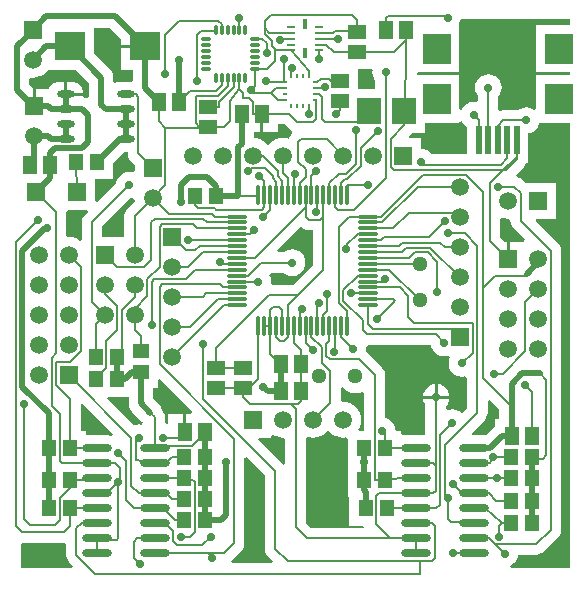
<source format=gtl>
%FSAX24Y24*%
%MOIN*%
G70*
G01*
G75*
G04 Layer_Physical_Order=1*
G04 Layer_Color=255*
%ADD10O,0.0118X0.0709*%
%ADD11O,0.0709X0.0118*%
%ADD12R,0.0472X0.0551*%
%ADD13R,0.0512X0.0591*%
%ADD14R,0.1024X0.0945*%
%ADD15O,0.0591X0.0236*%
%ADD16R,0.0197X0.0925*%
%ADD17R,0.0925X0.0984*%
%ADD18R,0.0787X0.0866*%
%ADD19R,0.0591X0.0591*%
%ADD20O,0.0984X0.0276*%
%ADD21R,0.0114X0.0177*%
%ADD22R,0.0177X0.0114*%
%ADD23R,0.0126X0.0354*%
%ADD24R,0.0315X0.0114*%
%ADD25O,0.0354X0.0116*%
%ADD26O,0.0116X0.0354*%
%ADD27R,0.0551X0.0472*%
%ADD28R,0.0591X0.0512*%
%ADD29C,0.0080*%
%ADD30C,0.0200*%
%ADD31C,0.0512*%
%ADD32C,0.0591*%
%ADD33R,0.0591X0.0591*%
%ADD34C,0.0280*%
G36*
X034541Y038245D02*
X034586Y038138D01*
X034656Y038046D01*
X034748Y037976D01*
X034855Y037931D01*
X034970Y037916D01*
X035085Y037931D01*
X035113Y037943D01*
X035169Y037886D01*
X035131Y037795D01*
X035116Y037680D01*
X035131Y037565D01*
X035176Y037458D01*
X035246Y037366D01*
X035338Y037296D01*
X035445Y037251D01*
X035560Y037236D01*
X035668Y037250D01*
X035728Y037198D01*
Y036183D01*
X035568Y036023D01*
X035554Y036024D01*
X035462Y036094D01*
X035355Y036139D01*
X035240Y036154D01*
X035125Y036139D01*
X035090Y036124D01*
X035023Y036169D01*
Y036249D01*
X035084Y036328D01*
X035129Y036435D01*
X035137Y036500D01*
X034263D01*
X034271Y036435D01*
X034316Y036328D01*
X034337Y036300D01*
Y035292D01*
X033681D01*
X033601Y035281D01*
X033541Y035334D01*
Y035426D01*
X033358D01*
X033354Y035430D01*
X033339Y035545D01*
X033294Y035652D01*
X033224Y035744D01*
X033132Y035814D01*
X033025Y035859D01*
X032993Y035863D01*
Y037300D01*
X032981Y037389D01*
X032947Y037471D01*
X032892Y037542D01*
X032380Y038054D01*
X032365Y038066D01*
X032376Y038146D01*
X032363Y038243D01*
X032416Y038303D01*
X034534D01*
X034541Y038245D01*
D02*
G37*
G36*
X024447Y036355D02*
X024447Y036355D01*
X024460Y036250D01*
X024501Y036153D01*
X024565Y036069D01*
X024892Y035742D01*
X024927Y035715D01*
X024897Y035641D01*
X024800Y035654D01*
X024685Y035639D01*
X024622Y035613D01*
X023734Y036500D01*
X023765Y036574D01*
X024447D01*
Y036355D01*
D02*
G37*
G36*
X039147Y030853D02*
X037193D01*
X037178Y030931D01*
X037212Y030946D01*
X037304Y031016D01*
X037374Y031108D01*
X037419Y031215D01*
X037430Y031303D01*
X038036D01*
X038125Y031315D01*
X038208Y031349D01*
X038279Y031404D01*
X038279Y031404D01*
X038279Y031404D01*
X038762Y031888D01*
X038817Y031959D01*
X038851Y032041D01*
X038863Y032130D01*
X038863Y032130D01*
X038863Y032130D01*
Y032130D01*
Y041440D01*
X038851Y041529D01*
X038817Y041611D01*
X038762Y041682D01*
X038014Y042431D01*
X038045Y042505D01*
X038695D01*
Y043695D01*
X037670D01*
X037552Y043812D01*
X037481Y043867D01*
X037399Y043901D01*
X037389Y043903D01*
X037363Y043978D01*
X037622Y044238D01*
X037677Y044309D01*
X037701Y044367D01*
X037778D01*
Y045346D01*
X037819Y045351D01*
X037926Y045396D01*
X038018Y045466D01*
X038089Y045558D01*
X038133Y045665D01*
X038138Y045705D01*
X039147D01*
Y030853D01*
D02*
G37*
G36*
X030211Y042212D02*
X030282Y042158D01*
X030365Y042123D01*
X030454Y042112D01*
X030596D01*
Y040951D01*
X029938Y040293D01*
X029249D01*
X029196Y040353D01*
X029204Y040411D01*
X029189Y040526D01*
X029145Y040631D01*
X029190Y040697D01*
X029624D01*
X029678Y040656D01*
X029785Y040611D01*
X029900Y040596D01*
X030015Y040611D01*
X030122Y040656D01*
X030214Y040726D01*
X030284Y040818D01*
X030329Y040925D01*
X030344Y041040D01*
X030329Y041155D01*
X030284Y041262D01*
X030214Y041354D01*
X030122Y041424D01*
X030015Y041469D01*
X029900Y041484D01*
X029785Y041469D01*
X029678Y041424D01*
X029624Y041383D01*
X029441D01*
X029410Y041457D01*
X030188Y042235D01*
X030211Y042212D01*
D02*
G37*
G36*
X028997Y033938D02*
Y031500D01*
X028997Y031500D01*
X028997D01*
X029009Y031411D01*
X029043Y031329D01*
X029098Y031258D01*
X029268Y031087D01*
X029238Y031013D01*
X027882D01*
X027856Y031089D01*
X027880Y031108D01*
X028210Y031438D01*
X028265Y031509D01*
X028289Y031567D01*
X028299Y031591D01*
X028311Y031680D01*
Y034520D01*
X028385Y034550D01*
X028997Y033938D01*
D02*
G37*
G36*
X031614Y036854D02*
X031730Y036764D01*
X031865Y036708D01*
X032010Y036689D01*
X032155Y036708D01*
X032241Y036744D01*
X032307Y036699D01*
Y035426D01*
X032153D01*
X032112Y035494D01*
X032153Y035571D01*
X032187Y035683D01*
X032198Y035800D01*
X032187Y035917D01*
X032153Y036029D01*
X032097Y036132D01*
X032023Y036223D01*
X031932Y036297D01*
X031829Y036353D01*
X031717Y036387D01*
X031600Y036398D01*
X031572Y036395D01*
X031513Y036449D01*
Y036860D01*
X031589Y036886D01*
X031614Y036854D01*
D02*
G37*
G36*
X031177Y035377D02*
X031268Y035303D01*
X031371Y035247D01*
X031483Y035213D01*
X031600Y035202D01*
X031700Y035212D01*
X031759Y035158D01*
Y034376D01*
X031759D01*
Y033224D01*
X031809D01*
Y032274D01*
X032268D01*
X032284Y032196D01*
X032276Y032193D01*
X030542D01*
X030363Y032372D01*
Y035183D01*
X030427Y035230D01*
X030483Y035213D01*
X030600Y035202D01*
X030717Y035213D01*
X030829Y035247D01*
X030932Y035303D01*
X031023Y035377D01*
X031060Y035422D01*
X031140D01*
X031177Y035377D01*
D02*
G37*
G36*
X029268Y035303D02*
X029371Y035247D01*
X029483Y035213D01*
X029600Y035202D01*
X029618Y035204D01*
X029677Y035150D01*
Y034324D01*
X029601Y034298D01*
X029582Y034322D01*
X028774Y035131D01*
X028805Y035205D01*
X029195D01*
Y035269D01*
X029268Y035303D01*
X029268Y035303D01*
D02*
G37*
G36*
X023939Y035326D02*
X023894Y035260D01*
X023854Y035277D01*
X023740Y035292D01*
X023041D01*
Y035426D01*
X022847D01*
Y036313D01*
X022921Y036344D01*
X023939Y035326D01*
D02*
G37*
G36*
X026576Y036069D02*
X026545Y035995D01*
X026365D01*
Y035400D01*
X026265D01*
Y035995D01*
X025759D01*
Y035682D01*
X025728Y035661D01*
X025657Y035699D01*
Y035890D01*
X025646Y035979D01*
X025612Y036061D01*
X025569Y036117D01*
X025567Y036132D01*
X025527Y036229D01*
X025463Y036313D01*
X025253Y036522D01*
Y036859D01*
X025426D01*
Y037115D01*
X025499Y037146D01*
X026576Y036069D01*
D02*
G37*
G36*
X036812Y036147D02*
Y035845D01*
X036659D01*
Y035577D01*
X036652Y035572D01*
X036605Y035535D01*
X036605Y035535D01*
X036356Y035287D01*
X036319Y035292D01*
X035911D01*
X035880Y035365D01*
X036314Y035799D01*
X036368Y035870D01*
X036403Y035953D01*
X036414Y036041D01*
Y036440D01*
X036488Y036471D01*
X036812Y036147D01*
D02*
G37*
G36*
X022367Y031655D02*
Y031290D01*
X022379Y031201D01*
X022413Y031119D01*
X022468Y031048D01*
X022588Y030927D01*
X022557Y030853D01*
X020853D01*
Y031666D01*
X020900Y031707D01*
X022300D01*
X022307Y031708D01*
X022367Y031655D01*
D02*
G37*
G36*
X039147Y048963D02*
X038025D01*
Y047379D01*
X039147D01*
Y047290D01*
X038025D01*
Y046179D01*
X037953Y046144D01*
X037926Y046164D01*
X037819Y046209D01*
X037704Y046224D01*
X037589Y046209D01*
X037482Y046164D01*
X037428Y046123D01*
X036930D01*
X036841Y046111D01*
X036778Y046154D01*
Y046599D01*
X036819Y046653D01*
X036864Y046760D01*
X036879Y046875D01*
X036864Y046990D01*
X036819Y047097D01*
X036749Y047189D01*
X036657Y047259D01*
X036550Y047304D01*
X036435Y047319D01*
X036320Y047304D01*
X036213Y047259D01*
X036121Y047189D01*
X036051Y047097D01*
X036006Y046990D01*
X035991Y046875D01*
X036006Y046760D01*
X036051Y046653D01*
X036092Y046599D01*
Y046436D01*
X036032Y046383D01*
X035950Y046394D01*
X035835Y046379D01*
X035728Y046334D01*
X035636Y046264D01*
X035566Y046172D01*
X035554Y046143D01*
X035475Y046159D01*
Y047290D01*
X034080D01*
X034065Y047305D01*
X034096Y047379D01*
X035475D01*
Y048963D01*
X035475Y048963D01*
X035475D01*
X035463Y048987D01*
X035464Y048988D01*
X035509Y049095D01*
X035515Y049147D01*
X039147D01*
Y048963D01*
D02*
G37*
G36*
X032583Y047449D02*
X032576Y047400D01*
X032591Y047285D01*
X032636Y047178D01*
X032677Y047124D01*
Y046833D01*
X032095D01*
Y046971D01*
Y047509D01*
X032530D01*
X032583Y047449D01*
D02*
G37*
G36*
X023127Y047043D02*
Y046561D01*
X023060Y046517D01*
X023004Y046540D01*
X022932Y046549D01*
X022938Y046600D01*
X022346D01*
Y046650D01*
X022296D01*
Y047072D01*
X022169D01*
X022060Y047057D01*
X021958Y047015D01*
X021871Y046948D01*
X021804Y046861D01*
X021797Y046845D01*
X021350D01*
Y046250D01*
X021250D01*
Y046849D01*
X021131Y046967D01*
Y047154D01*
X021191Y047208D01*
X021250Y047202D01*
X021367Y047213D01*
X021479Y047247D01*
X021582Y047303D01*
X021673Y047377D01*
X021747Y047468D01*
X021753Y047478D01*
X022692D01*
X023127Y047043D01*
D02*
G37*
G36*
X024198Y048491D02*
Y048300D01*
X025010D01*
Y048200D01*
X024198D01*
Y047478D01*
X024606D01*
Y047122D01*
X024546Y047070D01*
X024531Y047072D01*
X024177D01*
X024068Y047057D01*
X024000Y047029D01*
X023933Y047074D01*
Y047210D01*
X023933Y047210D01*
X023920Y047315D01*
X023879Y047412D01*
X023815Y047495D01*
X023302Y048009D01*
Y048847D01*
X023843D01*
X024198Y048491D01*
D02*
G37*
G36*
X028935Y045405D02*
X029441D01*
Y045657D01*
X029648D01*
X029828Y045478D01*
X029899Y045423D01*
D01*
X029899Y045423D01*
X029899D01*
X029911Y045346D01*
X029858Y045292D01*
X029803Y045221D01*
X029781Y045167D01*
X029717Y045187D01*
X029600Y045198D01*
X029483Y045187D01*
X029371Y045153D01*
X029268Y045097D01*
X029177Y045023D01*
X029140Y044978D01*
X029060D01*
X029023Y045023D01*
X028932Y045097D01*
X028829Y045153D01*
X028717Y045187D01*
X028619Y045196D01*
Y045405D01*
X028835D01*
Y046000D01*
X028935D01*
Y045405D01*
D02*
G37*
G36*
X023086Y042731D02*
X022988Y042632D01*
X022933Y042561D01*
X022899Y042479D01*
X022887Y042390D01*
Y041805D01*
X022815Y041771D01*
X022782Y041797D01*
X022679Y041853D01*
X022567Y041887D01*
X022450Y041898D01*
X022428Y041896D01*
X022369Y041950D01*
Y042735D01*
X022368Y042745D01*
X022420Y042805D01*
X023055D01*
X023086Y042731D01*
D02*
G37*
G36*
X036983Y042513D02*
X037100Y042502D01*
X037118Y042504D01*
X037177Y042450D01*
D01*
X037177Y042440D01*
X037177Y042440D01*
X037177D01*
X037189Y042351D01*
X037223Y042269D01*
X037278Y042198D01*
X037656Y041819D01*
X037625Y041745D01*
X037150D01*
Y041150D01*
X037050D01*
Y041745D01*
X036990D01*
X036826Y041909D01*
Y042494D01*
X036890Y042542D01*
X036983Y042513D01*
D02*
G37*
G36*
X024644Y043168D02*
X024654Y043089D01*
X024408Y042842D01*
X024353Y042771D01*
X024319Y042689D01*
X024307Y042600D01*
Y041895D01*
X024245D01*
Y041895D01*
X023573D01*
Y042248D01*
X024517Y043192D01*
X024585Y043201D01*
X024587Y043202D01*
X024644Y043168D01*
D02*
G37*
G36*
X035566Y045728D02*
X035636Y045636D01*
X035722Y045571D01*
Y044653D01*
X034551D01*
X034504Y044714D01*
X034412Y044784D01*
X034305Y044829D01*
X034195Y044843D01*
Y045195D01*
X033812D01*
X033781Y045269D01*
X033879Y045367D01*
X034334D01*
Y045705D01*
X035475D01*
Y045741D01*
X035554Y045757D01*
X035566Y045728D01*
D02*
G37*
G36*
X024427Y044680D02*
X024439Y044591D01*
X024473Y044509D01*
X024528Y044438D01*
X024655Y044310D01*
Y044102D01*
X024588Y044057D01*
X024585Y044059D01*
X024470Y044074D01*
X024355Y044059D01*
X024248Y044014D01*
X024156Y043944D01*
X024086Y043852D01*
X024041Y043745D01*
X024032Y043677D01*
X023408Y043053D01*
X023334Y043084D01*
Y043824D01*
X023941D01*
Y044366D01*
X024303Y044728D01*
X024427D01*
Y044680D01*
D02*
G37*
%LPC*%
G36*
X022523Y047072D02*
X022396D01*
Y046700D01*
X022938D01*
X022931Y046759D01*
X022888Y046861D01*
X022821Y046948D01*
X022734Y047015D01*
X022632Y047057D01*
X022523Y047072D01*
D02*
G37*
G36*
X034750Y036987D02*
Y036600D01*
X035137D01*
X035129Y036665D01*
X035084Y036772D01*
X035014Y036864D01*
X034922Y036934D01*
X034815Y036979D01*
X034750Y036987D01*
D02*
G37*
G36*
X034650D02*
X034585Y036979D01*
X034478Y036934D01*
X034386Y036864D01*
X034316Y036772D01*
X034271Y036665D01*
X034263Y036600D01*
X034650D01*
Y036987D01*
D02*
G37*
%LPD*%
D10*
X028774Y043285D02*
D03*
X028970D02*
D03*
X029167D02*
D03*
X029364D02*
D03*
X029561D02*
D03*
X029758D02*
D03*
X029955D02*
D03*
X030152D02*
D03*
X030348D02*
D03*
X030545D02*
D03*
X030742D02*
D03*
X030939D02*
D03*
X031136D02*
D03*
X031333D02*
D03*
X031530D02*
D03*
X031726D02*
D03*
Y038915D02*
D03*
X031530D02*
D03*
X031333D02*
D03*
X031136D02*
D03*
X030939D02*
D03*
X030742D02*
D03*
X030545D02*
D03*
X030348D02*
D03*
X030152D02*
D03*
X029955D02*
D03*
X029758D02*
D03*
X029561D02*
D03*
X029364D02*
D03*
X029167D02*
D03*
X028970D02*
D03*
X028774D02*
D03*
D11*
X032435Y042576D02*
D03*
Y042380D02*
D03*
Y042183D02*
D03*
Y041986D02*
D03*
Y041789D02*
D03*
Y041592D02*
D03*
Y041395D02*
D03*
Y041198D02*
D03*
Y041002D02*
D03*
Y040805D02*
D03*
Y040608D02*
D03*
Y040411D02*
D03*
Y040214D02*
D03*
Y040017D02*
D03*
Y039820D02*
D03*
Y039624D02*
D03*
X028065D02*
D03*
Y039820D02*
D03*
Y040017D02*
D03*
Y040214D02*
D03*
Y040411D02*
D03*
Y040608D02*
D03*
Y040805D02*
D03*
Y041002D02*
D03*
Y041198D02*
D03*
Y041395D02*
D03*
Y041592D02*
D03*
Y041789D02*
D03*
Y041986D02*
D03*
Y042183D02*
D03*
Y042380D02*
D03*
Y042576D02*
D03*
D12*
X027354Y043250D02*
D03*
X026646D02*
D03*
X024054Y037900D02*
D03*
X023346D02*
D03*
X032346Y032850D02*
D03*
X033054D02*
D03*
X033004Y033800D02*
D03*
X032296D02*
D03*
X032296Y034850D02*
D03*
X033004D02*
D03*
X023404Y044400D02*
D03*
X022696D02*
D03*
X027004Y034550D02*
D03*
X026296D02*
D03*
X027004Y033150D02*
D03*
X026296D02*
D03*
X037904Y033100D02*
D03*
X037196D02*
D03*
X027004Y033850D02*
D03*
X026296D02*
D03*
X037904D02*
D03*
X037196D02*
D03*
X037904Y034550D02*
D03*
X037196D02*
D03*
X027004Y032450D02*
D03*
X026296D02*
D03*
X037904Y032350D02*
D03*
X037196D02*
D03*
X021796Y034850D02*
D03*
X022504D02*
D03*
X021796Y032850D02*
D03*
X022504D02*
D03*
Y033800D02*
D03*
X021796D02*
D03*
X024054Y037150D02*
D03*
X023346D02*
D03*
D13*
X021165Y044300D02*
D03*
X021835D02*
D03*
X026985Y035400D02*
D03*
X026315D02*
D03*
X037215Y035250D02*
D03*
X037885D02*
D03*
X029515Y037650D02*
D03*
X030185D02*
D03*
X029515Y036750D02*
D03*
X030185D02*
D03*
X028215Y046000D02*
D03*
X028885D02*
D03*
X026135Y046400D02*
D03*
X025465D02*
D03*
X033015Y048800D02*
D03*
X033685D02*
D03*
D14*
X025010Y048250D02*
D03*
X022490D02*
D03*
D15*
X022346Y046650D02*
D03*
Y046150D02*
D03*
Y045650D02*
D03*
Y045150D02*
D03*
X024354Y046650D02*
D03*
Y046150D02*
D03*
Y045650D02*
D03*
Y045150D02*
D03*
D16*
X037065Y045129D02*
D03*
X037380D02*
D03*
X036750D02*
D03*
X036435D02*
D03*
X036120Y045130D02*
D03*
D17*
X038787Y046497D02*
D03*
X034713D02*
D03*
X038787Y048171D02*
D03*
X034713D02*
D03*
D18*
X032459Y046100D02*
D03*
X033641D02*
D03*
D19*
X021361Y043400D02*
D03*
X022739D02*
D03*
X033600Y044600D02*
D03*
X028600Y035800D02*
D03*
X038100Y043100D02*
D03*
D20*
X025315Y031350D02*
D03*
Y031850D02*
D03*
Y032350D02*
D03*
Y032850D02*
D03*
Y033350D02*
D03*
Y033850D02*
D03*
Y034350D02*
D03*
Y034850D02*
D03*
X023385Y031350D02*
D03*
Y031850D02*
D03*
Y032350D02*
D03*
Y032850D02*
D03*
Y033350D02*
D03*
Y033850D02*
D03*
Y034350D02*
D03*
Y034850D02*
D03*
X035965Y031350D02*
D03*
Y031850D02*
D03*
Y032350D02*
D03*
Y032850D02*
D03*
Y033350D02*
D03*
Y033850D02*
D03*
Y034350D02*
D03*
Y034850D02*
D03*
X034035Y031350D02*
D03*
Y031850D02*
D03*
Y032350D02*
D03*
Y032850D02*
D03*
Y033350D02*
D03*
Y033850D02*
D03*
Y034350D02*
D03*
Y034850D02*
D03*
D21*
X029857Y047257D02*
D03*
X030054D02*
D03*
X030250D02*
D03*
X030447D02*
D03*
Y046253D02*
D03*
X030250D02*
D03*
X030054D02*
D03*
X029857D02*
D03*
D22*
X030654Y047050D02*
D03*
Y046853D02*
D03*
Y046656D02*
D03*
Y046459D02*
D03*
X029650D02*
D03*
Y046656D02*
D03*
Y046853D02*
D03*
Y047050D02*
D03*
D23*
X030322Y048034D02*
D03*
Y048979D02*
D03*
D24*
X030795Y048900D02*
D03*
Y048703D02*
D03*
Y048506D02*
D03*
Y048309D02*
D03*
Y048113D02*
D03*
X029850Y048900D02*
D03*
Y048703D02*
D03*
Y048506D02*
D03*
Y048309D02*
D03*
Y048113D02*
D03*
D25*
X027043Y048492D02*
D03*
Y048295D02*
D03*
Y048098D02*
D03*
Y047902D02*
D03*
Y047705D02*
D03*
Y047508D02*
D03*
X028657D02*
D03*
Y047705D02*
D03*
Y047902D02*
D03*
Y048098D02*
D03*
Y048295D02*
D03*
Y048492D02*
D03*
D26*
X027358Y047193D02*
D03*
X027555D02*
D03*
X027752D02*
D03*
X027948D02*
D03*
X028145D02*
D03*
X028342D02*
D03*
Y048807D02*
D03*
X028145D02*
D03*
X027948D02*
D03*
X027752D02*
D03*
X027555D02*
D03*
X027358D02*
D03*
D27*
X024850Y037396D02*
D03*
Y038104D02*
D03*
D28*
X027350Y037535D02*
D03*
Y036865D02*
D03*
X028250Y037535D02*
D03*
Y036865D02*
D03*
X032050Y048735D02*
D03*
Y048065D02*
D03*
X031500Y047085D02*
D03*
Y046415D02*
D03*
X027100Y046235D02*
D03*
Y045565D02*
D03*
D29*
X036650Y040600D02*
X036650Y040600D01*
X037650D01*
X037725Y040675D01*
X036250Y040200D02*
X036650Y040600D01*
X029758Y039650D02*
X029780D01*
X030080Y039950D01*
X029758Y038915D02*
Y039650D01*
X035950Y045950D02*
X036120Y045780D01*
Y045130D02*
Y045780D01*
X031726Y043640D02*
X032430D01*
X030152Y043702D02*
X030350Y043900D01*
X030152Y043285D02*
Y043702D01*
X030350Y043900D02*
Y044150D01*
X031050Y045150D02*
X031600Y044600D01*
X030200Y045150D02*
X031050D01*
X030100Y045050D02*
X030200Y045150D01*
X030100Y044400D02*
Y045050D01*
Y044400D02*
X030350Y044150D01*
X029001Y044187D02*
X029255Y043933D01*
Y043850D02*
Y043933D01*
Y043850D02*
X029364Y043740D01*
Y043285D02*
Y043740D01*
X029344Y043305D02*
X029364Y043285D01*
X028527Y044187D02*
X029001D01*
X028430Y044090D02*
X028527Y044187D01*
X021153Y032303D02*
X022003D01*
X021150Y032300D02*
X021153Y032303D01*
X020950Y032500D02*
X021150Y032300D01*
X022504Y032254D02*
Y032850D01*
X022300Y032050D02*
X022504Y032254D01*
X020900Y032050D02*
X022300D01*
X020691Y032259D02*
X020900Y032050D01*
X020691Y032259D02*
Y041715D01*
X022003Y032303D02*
X022150Y032450D01*
X020950Y032500D02*
Y036340D01*
X026978Y035344D02*
X026985Y035351D01*
X026577Y034944D02*
X026978Y035344D01*
X026985Y035351D02*
Y035400D01*
X025408Y034944D02*
X026577D01*
X025315Y034850D02*
X025408Y034944D01*
X025315Y034850D02*
Y035890D01*
X025177Y036027D02*
X025315Y035890D01*
X024054Y037900D02*
X024237Y038082D01*
Y039471D01*
X024650Y039884D01*
Y040300D01*
X029541Y038935D02*
X029550Y038944D01*
X029167Y039200D02*
Y039467D01*
X029550Y038944D02*
Y039450D01*
X029450Y039550D02*
X029550Y039450D01*
X029250Y039550D02*
X029450D01*
X029167Y039467D02*
X029250Y039550D01*
X028970Y038915D02*
X029167D01*
Y039200D01*
X029541Y038935D02*
X029561Y038915D01*
X029167D02*
X029187Y038935D01*
X029167Y037998D02*
Y038915D01*
Y037998D02*
X029515Y037650D01*
X031726Y038915D02*
Y039426D01*
X031452Y039700D02*
X031726Y039426D01*
X031452Y039700D02*
Y042242D01*
X031786Y042576D01*
X032435D02*
X032856D01*
X031786D02*
X032435D01*
X032856D02*
X034250Y043970D01*
X035680D01*
X036250Y043400D01*
Y040200D02*
Y043400D01*
Y037194D02*
Y040200D01*
Y037194D02*
X037215Y036229D01*
X037904Y034550D02*
X037954Y034500D01*
X038250D01*
X038362Y034612D01*
Y037138D01*
X038150Y037350D02*
X038362Y037138D01*
X028739Y043250D02*
X028774Y043285D01*
X028100Y043250D02*
X028739D01*
X029318Y048166D02*
X029372Y048113D01*
X029000Y048850D02*
X029142Y048708D01*
X029000Y048850D02*
Y049100D01*
Y048650D02*
Y048850D01*
X032020Y048764D02*
X032050Y048735D01*
X031323Y048764D02*
X032020D01*
X031262Y048703D02*
X031323Y048764D01*
X030795Y048703D02*
X031262D01*
X029142Y048708D02*
X029845D01*
X029850Y048703D01*
X029000Y049100D02*
X029190Y049290D01*
X031880D01*
X029000Y048650D02*
X029220Y048430D01*
Y048264D02*
Y048430D01*
Y048264D02*
X029318Y048166D01*
X029441Y046459D02*
X029650D01*
X029200Y046700D02*
X029441Y046459D01*
X029353Y046853D02*
X029650D01*
X028530Y046790D02*
X028620Y046700D01*
X029200D01*
X029353Y046853D01*
X026135Y046400D02*
X026501Y046767D01*
X027357D01*
X026795Y045565D02*
X027100D01*
X026680Y045680D02*
X026795Y045565D01*
X027080Y045545D02*
X027100Y045565D01*
X025670Y045545D02*
X027080D01*
X025670Y043620D02*
Y045545D01*
X027065Y045600D02*
X027100Y045565D01*
X025465Y045750D02*
X025670Y045545D01*
X025465Y045750D02*
Y046400D01*
X023385Y033350D02*
X023720D01*
X024100Y033730D01*
X023385Y031850D02*
X023435Y031800D01*
X024050D01*
X024100Y031850D01*
Y033730D01*
X023385Y034350D02*
X024000D01*
X024100Y033730D02*
X024150Y033780D01*
Y034200D01*
X024000Y034350D02*
X024150Y034200D01*
X036674Y031646D02*
X036990Y031330D01*
X036470Y031850D02*
X036674Y031646D01*
X035570Y033350D02*
X035965D01*
X035260Y033660D02*
X035570Y033350D01*
X034996Y033304D02*
Y034966D01*
X036071Y036041D01*
X034838Y035308D02*
X035240Y035710D01*
X034838Y032978D02*
Y035308D01*
X034680Y034250D02*
Y036530D01*
X034700Y036550D01*
X034680Y033430D02*
Y034250D01*
X035915Y032400D02*
X035965Y032350D01*
X035200Y032400D02*
X035915D01*
X035110Y032490D02*
X035200Y032400D01*
X035110Y032490D02*
Y033190D01*
X034996Y033304D02*
X035110Y033190D01*
X029880Y047537D02*
X029883Y047540D01*
X029857Y047513D02*
X029880Y047537D01*
X026860Y048760D02*
X027358D01*
X030790Y047821D02*
Y048113D01*
X029060Y047050D02*
X029620D01*
Y047821D01*
X035259Y042550D02*
Y042688D01*
X032605Y038834D02*
X035500D01*
X032430Y039009D02*
Y039624D01*
X029750Y031090D02*
X034170D01*
X031458Y045731D02*
X032459D01*
X030348Y042560D02*
Y042880D01*
X030939Y040809D02*
Y042560D01*
X030348Y042880D02*
Y043285D01*
X029120Y039950D02*
X030080D01*
X037380Y044577D02*
Y045129D01*
Y044480D02*
Y044577D01*
X036933Y044130D02*
X037380Y044577D01*
X036483Y043680D02*
X036933Y044130D01*
X033685Y047464D02*
Y048470D01*
X036933Y044130D02*
X037030D01*
X033280D02*
X036933D01*
X030710Y045840D02*
Y046459D01*
X034035Y034350D02*
X034580D01*
X033170Y031850D02*
X034035D01*
X030400D02*
X033170D01*
X028610Y046000D02*
Y046400D01*
X029850Y036330D02*
X030080D01*
X028480D02*
X029850D01*
X028250Y036865D02*
X028471D01*
X025580Y035210D02*
X026315D01*
X027080Y031350D02*
X027638D01*
X036674Y031646D02*
X038036D01*
X029318Y047778D02*
Y048166D01*
X028657Y047508D02*
X029048D01*
X036930Y045780D02*
X037704D01*
X036750Y045600D02*
X036930Y045780D01*
X036750Y045129D02*
Y045600D01*
X032910Y035430D02*
X033004Y035336D01*
Y034850D02*
Y035336D01*
X036880Y032350D02*
X037196D01*
X036330Y032850D02*
X036880Y032350D01*
X035965Y032850D02*
X036330D01*
X024100Y034700D02*
X024360Y034440D01*
Y033120D02*
Y034440D01*
Y033120D02*
X024630Y032850D01*
X025315D01*
X036610Y034550D02*
X037196D01*
X036480Y034350D02*
X036610Y034550D01*
X035965Y034350D02*
X036480D01*
X024700Y035110D02*
X024800Y035210D01*
X024700Y034450D02*
Y035110D01*
Y034450D02*
X025315Y034350D01*
X029857Y047257D02*
Y047513D01*
X034710Y032850D02*
X034838Y032978D01*
X034035Y032850D02*
X034710D01*
X030795Y048506D02*
X031430D01*
X026210Y031900D02*
X026500D01*
X026650Y032050D01*
Y033760D01*
X026296Y033850D02*
X026650Y033760D01*
X020691Y041715D02*
X021431Y042456D01*
X027555Y048807D02*
Y048995D01*
X027440Y049110D02*
X027555Y048995D01*
X026140Y049110D02*
X027440D01*
X025670Y048640D02*
X026140Y049110D01*
X025670Y047320D02*
Y048640D01*
X029030Y047080D02*
X029060Y047050D01*
X030545Y038555D02*
Y038915D01*
Y038555D02*
X030884Y038217D01*
Y037707D02*
Y038217D01*
Y037707D02*
X031170Y037421D01*
Y036370D02*
Y037421D01*
X030600Y035800D02*
X031170Y036370D01*
X030152Y038915D02*
Y039412D01*
X030230Y039490D01*
X026934Y041395D02*
X028065D01*
X026438Y040900D02*
X026934Y041395D01*
X025900Y040900D02*
X026438D01*
X034729Y040056D02*
Y041075D01*
X034420Y041384D02*
X034729Y041075D01*
X033991Y041384D02*
X034420D01*
X033805Y041198D02*
X033991Y041384D01*
X032435Y041198D02*
X033805D01*
X037670Y039720D02*
X038100Y040150D01*
X037670Y038080D02*
Y039720D01*
X036930Y037340D02*
X037670Y038080D01*
X036620Y037340D02*
X036930D01*
X035560Y037680D02*
X035913Y038033D01*
Y039020D01*
X033970D02*
X035913D01*
X033770Y039220D02*
X033970Y039020D01*
X033770Y039220D02*
Y039944D01*
X033500Y040214D02*
X033770Y039944D01*
X032435Y040214D02*
X033500D01*
X031870Y040017D02*
X032435D01*
X032730Y039160D02*
X033320Y039750D01*
X033250Y039820D02*
X033320Y039750D01*
X032435Y039820D02*
X033250D01*
X035500Y038550D02*
Y038834D01*
X032430Y039009D02*
X032605Y038834D01*
X032430Y039624D02*
X032435D01*
X031530Y038548D02*
X031932Y038146D01*
X031530Y038548D02*
Y038915D01*
X033540Y033850D02*
X034035D01*
X033004Y033800D02*
X033540Y033850D01*
X030939Y038915D02*
Y039299D01*
X031060Y039420D01*
Y040010D01*
X022150Y032450D02*
Y033180D01*
X022490Y033520D01*
X022504Y033800D01*
X022880Y032350D02*
X023385D01*
X022710Y032180D02*
X022880Y032350D01*
X022710Y031290D02*
Y032180D01*
Y031290D02*
X023330Y030670D01*
X034170D01*
Y031090D01*
X034560D01*
Y032350D02*
X034650Y032260D01*
X034035Y032350D02*
X034560D01*
X023346Y037900D02*
Y038996D01*
X023650Y039300D01*
X033015Y048800D02*
Y049185D01*
X033090Y049260D01*
X035030D01*
X035080Y049210D01*
X028145Y048807D02*
Y049210D01*
X030348Y042560D02*
X030454Y042455D01*
X030834D01*
X030939Y042560D01*
Y043285D01*
X030080Y039950D02*
X030939Y040809D01*
X027350Y038180D02*
X029120Y039950D01*
X027350Y037535D02*
Y038180D01*
X028065Y041198D02*
X028667D01*
X030348Y042880D01*
X032800Y033350D02*
X034035D01*
X032700Y033250D02*
X032800Y033350D01*
X032700Y032320D02*
Y033250D01*
Y032320D02*
X033170Y031850D01*
X025250Y043200D02*
X025670Y043620D01*
X031726Y043285D02*
Y043640D01*
X028145Y046825D02*
Y047193D01*
Y046825D02*
X028271Y046699D01*
Y046532D02*
Y046699D01*
Y046532D02*
X028478D01*
X028610Y046400D01*
Y046000D02*
X028885D01*
X027831Y046418D02*
X028145Y046825D01*
X027831Y045761D02*
Y046418D01*
X027635Y045565D02*
X027831Y045761D01*
X027100Y045565D02*
X027635D01*
X030923Y046853D02*
X030980Y046910D01*
X030654Y046853D02*
X030923D01*
X029480Y048450D02*
X029536Y048506D01*
X029850D01*
X033641Y046100D02*
X033685Y047464D01*
X035260Y031350D02*
X035965D01*
X027080D02*
X027240Y031190D01*
X025315Y031350D02*
X027080D01*
X027590Y040214D02*
X028065D01*
X027484Y040320D02*
X027590Y040214D01*
X025560Y040320D02*
X027484D01*
X025480Y040240D02*
X025560Y040320D01*
X025480Y037650D02*
Y040240D01*
Y037650D02*
X027968Y035162D01*
Y031680D02*
Y035162D01*
X027638Y031350D02*
X027968Y031680D01*
X028065Y040608D02*
X028428D01*
X028860Y041040D01*
X029900D01*
X035080Y042020D02*
X035650D01*
X036071Y041599D01*
Y036041D02*
Y041599D01*
X026910Y031630D02*
X027190Y031910D01*
X026070Y031630D02*
X026910D01*
X025940Y031760D02*
X026070Y031630D01*
X025940Y031760D02*
Y032080D01*
X025670Y032350D02*
X025940Y032080D01*
X025315Y032350D02*
X025670D01*
X029850Y048113D02*
X029870D01*
X030447Y047423D01*
Y047257D02*
Y047423D01*
X028657Y046917D02*
Y047508D01*
X028530Y046790D02*
X028657Y046917D01*
X032459Y045731D02*
Y046100D01*
X031449Y045722D02*
X031458Y045731D01*
X031008Y045722D02*
X031449D01*
X030896Y045834D02*
X031008Y045722D01*
X030896Y045834D02*
Y046561D01*
X030800Y046656D02*
X030896Y046561D01*
X030654Y046656D02*
X030800D01*
X030654Y046459D02*
X030710D01*
X030590Y045720D02*
X030710Y045840D01*
X030070Y045720D02*
X030590D01*
X029790Y046000D02*
X030070Y045720D01*
X028885Y046000D02*
X029790D01*
X030447Y045980D02*
Y046253D01*
X031350Y045980D02*
X031500Y046130D01*
Y046415D01*
X031205Y047085D02*
X031500D01*
X031117Y047172D02*
X031205Y047085D01*
X030851Y047172D02*
X031117D01*
X030729Y047050D02*
X030851Y047172D01*
X030654Y047050D02*
X030729D01*
X026740Y047090D02*
Y048640D01*
X026860Y048760D01*
X027358D02*
Y048807D01*
X036800Y031910D02*
Y032270D01*
X036880Y032350D01*
X024790Y033350D02*
X025315D01*
X024540Y033600D02*
X024790Y033350D01*
X024540Y033600D02*
Y035210D01*
X022450Y037300D02*
X024540Y035210D01*
X026315D02*
Y035400D01*
X034580Y034350D02*
X034680Y034250D01*
X034600Y033350D02*
X034680Y033430D01*
X034035Y033350D02*
X034600D01*
X028471Y036865D02*
X028774Y037168D01*
Y038915D01*
X036720Y033850D02*
X037196D01*
X035965D02*
X036720D01*
X030348Y038372D02*
Y038915D01*
Y038372D02*
X030600Y038120D01*
X034650Y031180D02*
Y032260D01*
X034560Y031090D02*
X034650Y031180D01*
X029340Y031500D02*
X029750Y031090D01*
X029340Y031500D02*
Y034080D01*
X026930Y036490D02*
X029340Y034080D01*
X026930Y036490D02*
Y038320D01*
X025220Y038960D02*
Y039720D01*
X025230Y039730D01*
Y040410D01*
X025300Y040480D01*
X026350D01*
X026660Y040790D01*
X027755D01*
X027770Y040805D01*
X028065D01*
X029372Y048113D02*
X029850D01*
X029048Y047508D02*
X029318Y047778D01*
X029850Y036330D02*
X030020Y036160D01*
Y032230D02*
Y036160D01*
Y032230D02*
X030400Y031850D01*
X029758Y038560D02*
Y038915D01*
X029638Y038440D02*
X029758Y038560D01*
X029484Y038440D02*
X029638D01*
X029364Y038560D02*
X029484Y038440D01*
X029364Y038560D02*
Y038915D01*
X028496Y041986D02*
X028640Y042130D01*
X028065Y041986D02*
X028496D01*
X037065Y044520D02*
Y045129D01*
X036855Y044310D02*
X037065Y044520D01*
X034280Y044310D02*
X036855D01*
X034190Y044400D02*
X034280Y044310D01*
X027500Y041060D02*
X027558Y041002D01*
X028065D01*
X031300Y038070D02*
X031333Y038103D01*
Y038915D01*
X032080Y041986D02*
X032435D01*
X031710Y041616D02*
X032080Y041986D01*
X031710Y041500D02*
Y041616D01*
X032080Y040608D02*
X032435D01*
X031612Y040140D02*
X032080Y040608D01*
X031612Y039768D02*
Y040140D01*
Y039768D02*
X032254Y039126D01*
Y038792D02*
Y039126D01*
Y038792D02*
X032400Y038646D01*
X034684D01*
X034970Y038360D01*
X030545Y043285D02*
Y043925D01*
X030711Y044090D01*
X024740Y031850D02*
X025315D01*
X024630Y031740D02*
X024740Y031850D01*
X024630Y031200D02*
Y031740D01*
Y031200D02*
X024820Y031010D01*
X035965Y031850D02*
X036470D01*
X028065Y040411D02*
X028760D01*
X036750Y043570D02*
X037310D01*
X037520Y043360D01*
Y042440D02*
Y043360D01*
Y042440D02*
X038520Y041440D01*
Y032130D02*
Y041440D01*
X038036Y031646D02*
X038520Y032130D01*
X021361Y043400D02*
X022026Y042735D01*
Y038019D02*
Y042735D01*
X021879Y037871D02*
X022026Y038019D01*
X021879Y036271D02*
Y037871D01*
Y036271D02*
X022150Y036000D01*
Y034440D02*
Y036000D01*
Y034440D02*
X022240Y034350D01*
X023385D01*
X026717Y042183D02*
X028065D01*
X026580Y042320D02*
X026717Y042183D01*
X025560Y042320D02*
X026580D01*
X025480Y042240D02*
X025560Y042320D01*
X025480Y040897D02*
Y042240D01*
X025063Y040480D02*
X025480Y040897D01*
X025063Y039923D02*
Y040480D01*
X024650Y039510D02*
X025063Y039923D01*
X024650Y039300D02*
Y039510D01*
X030742Y039622D02*
X030800Y039680D01*
X030742Y038915D02*
Y039622D01*
X032180Y044860D02*
X032760Y045440D01*
X032180Y044277D02*
Y044860D01*
X031726Y043823D02*
X032180Y044277D01*
X031672Y043823D02*
X031726D01*
X031530Y043680D02*
X031672Y043823D01*
X031530Y043285D02*
Y043680D01*
X032013Y044333D02*
Y045450D01*
X031683Y044003D02*
X032013Y044333D01*
X031459Y044003D02*
X031683D01*
X031136Y043680D02*
X031459Y044003D01*
X031136Y043285D02*
Y043680D01*
X037670Y036960D02*
X037885Y036745D01*
Y035250D02*
Y036745D01*
X028657Y048492D02*
X028908D01*
X029050Y048350D01*
Y048020D02*
Y048350D01*
X033020Y043860D02*
Y047400D01*
X031950Y042790D02*
X033020Y043860D01*
X031423Y042790D02*
X031950D01*
X031333Y042880D02*
X031423Y042790D01*
X031333Y042880D02*
Y043285D01*
X033641Y045613D02*
Y046100D01*
X033180Y045153D02*
X033641Y045613D01*
X033180Y044230D02*
Y045153D01*
Y044230D02*
X033280Y044130D01*
X037030D02*
X037380Y044480D01*
X028970Y042900D02*
Y043285D01*
X028880Y042810D02*
X028970Y042900D01*
X027352Y042810D02*
X028880D01*
X027316Y042846D02*
X027352Y042810D01*
X026760Y042846D02*
X027316D01*
X026646Y042960D02*
X026760Y042846D01*
X026646Y042960D02*
Y043250D01*
X023650Y041300D02*
X024070Y040880D01*
X024960D01*
X025208Y041128D01*
Y042400D01*
X025316Y042508D01*
X026943D01*
X027072Y042380D01*
X028065D01*
X027319Y042576D02*
X028065D01*
X027230Y042666D02*
X027319Y042576D01*
X025784Y042666D02*
X027230D01*
X025250Y043200D02*
X025784Y042666D01*
X026440Y041789D02*
X028065D01*
X023230Y042390D02*
X024470Y043630D01*
X023230Y039720D02*
Y042390D01*
Y039720D02*
X023650Y039300D01*
X026815Y041592D02*
X028065D01*
X026671Y041449D02*
X026815Y041592D01*
X026351Y041449D02*
X026671D01*
X025900Y041900D02*
X026351Y041449D01*
X029955Y043285D02*
Y043955D01*
X029990Y043990D01*
X031136Y038422D02*
Y038915D01*
X031042Y038328D02*
X031136Y038422D01*
X031042Y037920D02*
Y038328D01*
Y037920D02*
X031150Y037812D01*
X032138D01*
X032650Y037300D01*
Y033800D02*
Y037300D01*
Y033800D02*
X033004D01*
X032931Y040411D02*
X033000Y040480D01*
X032435Y040411D02*
X032931D01*
X032435Y041395D02*
X033550D01*
X033697Y041542D01*
X034508D01*
X035500Y040550D01*
X034990Y041550D02*
X035500D01*
X034840Y041700D02*
X034990Y041550D01*
X033568Y041700D02*
X034840D01*
X033460Y041592D02*
X033568Y041700D01*
X032435Y041592D02*
X033460D01*
X035259Y042550D02*
X035500D01*
X033784Y042688D02*
X035259D01*
X033278Y042183D02*
X033784Y042688D01*
X032435Y042183D02*
X033278D01*
X032435Y041789D02*
X032849D01*
X032950Y041890D01*
X034460D01*
X035000Y042430D01*
X032435Y042380D02*
X032910D01*
X034080Y043550D01*
X035500D01*
X030742Y042782D02*
Y043285D01*
X030680Y042720D02*
X030742Y042782D01*
X030185Y036435D02*
Y036750D01*
X030080Y036330D02*
X030185Y036435D01*
X028250Y036560D02*
X028480Y036330D01*
X028250Y036560D02*
Y036865D01*
X028920Y042550D02*
X029167Y042797D01*
Y043285D01*
X036483Y041767D02*
Y043680D01*
Y041767D02*
X037100Y041150D01*
X027037Y040017D02*
X028065D01*
X026920Y039900D02*
X027037Y040017D01*
X025900Y039900D02*
X026920D01*
X029955Y038350D02*
Y038915D01*
Y038350D02*
X030185Y038120D01*
Y037650D02*
Y038120D01*
X029620Y047050D02*
X029650D01*
X030790Y048113D02*
X030795D01*
X022504Y034850D02*
Y036480D01*
X022037Y036948D02*
X022504Y036480D01*
X022037Y036948D02*
Y037713D01*
X022503D01*
X022870Y038080D01*
Y040880D01*
X022450Y041300D02*
X022870Y040880D01*
X032435Y040805D02*
X033135D01*
X034150Y039790D01*
X029600Y044018D02*
Y044600D01*
Y044018D02*
X029758Y043860D01*
Y043285D02*
Y043860D01*
X028803Y043929D02*
X028970Y043761D01*
Y043285D02*
Y043761D01*
X028600Y044600D02*
X028917D01*
X029413Y044105D01*
Y043915D02*
Y044105D01*
Y043915D02*
X029561Y043767D01*
Y043285D02*
Y043767D01*
X024354Y046650D02*
X024680D01*
X024770Y046560D01*
Y044680D02*
Y046560D01*
Y044680D02*
X025250Y044200D01*
X036435Y045129D02*
Y046875D01*
X030795Y048309D02*
X031041D01*
X031285Y048065D01*
X032050D01*
Y048735D02*
Y049120D01*
X031880Y049290D02*
X032050Y049120D01*
X027100Y046235D02*
X027463D01*
Y046395D01*
X027948Y046880D01*
Y047193D01*
X026680Y045680D02*
Y046609D01*
X027422D01*
X027752Y046938D01*
Y047193D01*
X027357Y046767D02*
X027555Y046965D01*
Y047193D01*
X036120Y044770D02*
Y045130D01*
X027624Y039624D02*
X028065D01*
X025900Y037900D02*
X027624Y039624D01*
X033685Y048470D02*
Y048800D01*
X033280Y048065D02*
X033685Y048470D01*
X032050Y048065D02*
X033280D01*
X025900Y038900D02*
X026510D01*
X027430Y039820D01*
X028065D01*
X024650Y042600D02*
X025250Y043200D01*
X024650Y041300D02*
Y042600D01*
X023650Y040000D02*
Y040300D01*
Y040000D02*
X024070Y039580D01*
Y038800D02*
Y039580D01*
X023700Y038430D02*
X024070Y038800D01*
X023700Y037534D02*
Y038430D01*
X023346Y037180D02*
X023700Y037534D01*
X023346Y037150D02*
Y037180D01*
X033004Y034850D02*
X034035D01*
X022504D02*
X023385D01*
X026000Y032450D02*
X026296D01*
X025600Y032850D02*
X026000Y032450D01*
X025315Y032850D02*
X025600D01*
X025900Y034550D02*
X026296D01*
X025700Y034350D02*
X025900Y034550D01*
X025315Y034350D02*
X025700D01*
X033054Y032850D02*
X034035D01*
X025315Y033850D02*
X026296D01*
X022504Y032850D02*
X023385D01*
X036700Y033100D02*
X037196D01*
X036450Y033350D02*
X036700Y033100D01*
X035965Y033350D02*
X036450D01*
X025900Y033150D02*
X026296D01*
X025700Y033350D02*
X025900Y033150D01*
X025315Y033350D02*
X025700D01*
X033289Y041010D02*
X034150D01*
X033280Y041002D02*
X033289Y041010D01*
X032435Y041002D02*
X033280D01*
X022960Y033850D02*
X023385D01*
X022910Y033800D02*
X022960Y033850D01*
X022504Y033800D02*
X022910D01*
X024650Y038800D02*
Y039300D01*
Y038800D02*
X024850Y038600D01*
Y038104D02*
Y038600D01*
X022696Y043913D02*
Y044400D01*
Y043913D02*
X022739Y043870D01*
Y043400D02*
Y043870D01*
X027350Y037535D02*
X028250D01*
X023385Y031350D02*
Y031850D01*
X027350Y036865D02*
X028250D01*
X030185Y036750D02*
Y037650D01*
X034035Y031350D02*
Y031850D01*
D30*
X021796Y034850D02*
Y036013D01*
X020909Y036900D02*
X021796Y036013D01*
X020909Y036900D02*
Y041428D01*
X021671Y042190D01*
X021740D01*
X026985Y034570D02*
Y035351D01*
Y034570D02*
X027004Y034550D01*
X026978Y035344D02*
X026985Y035400D01*
X024850Y036355D02*
X025177Y036027D01*
X037725Y040675D02*
X038100Y041050D01*
X026135Y046400D02*
Y047800D01*
X025010Y046856D02*
X025465Y046400D01*
X025010Y046856D02*
Y048250D01*
X024010Y049250D02*
X025010Y048250D01*
X021700Y049250D02*
X024010D01*
X021250Y048800D02*
X021700Y049250D01*
X021361Y043400D02*
X021835Y043874D01*
Y044300D01*
X023404Y044400D02*
X024154Y045150D01*
X024354D01*
X023680Y046150D02*
X024354D01*
X023530Y046300D02*
X023680Y046150D01*
X023530Y046300D02*
Y047210D01*
X022490Y048250D02*
X023530Y047210D01*
X021250Y047800D02*
X021700Y048250D01*
X022490D01*
X021835Y044300D02*
Y044685D01*
X022004Y044854D01*
X022900D01*
X023100Y045054D01*
Y045950D01*
X022900Y046150D02*
X023100Y045950D01*
X022346Y046150D02*
X022900D01*
X021870Y045150D02*
X022346D01*
X021770Y045250D02*
X021870Y045150D01*
X021300Y045250D02*
X021770D01*
X021165Y044300D02*
X021300Y044435D01*
Y045250D01*
X022346Y045150D02*
Y045650D01*
Y046150D02*
Y046650D01*
X021870Y046150D02*
X022346D01*
X021770Y046250D02*
X021870Y046150D01*
X021300Y046250D02*
X021770D01*
X021278D02*
X021300D01*
X020728Y046800D02*
X021278Y046250D01*
X020728Y046800D02*
Y048250D01*
X021250Y048772D01*
Y048800D01*
X027354Y043250D02*
X028100D01*
Y044895D01*
X027354Y043250D02*
Y043596D01*
X027050Y043900D02*
X027354Y043596D01*
X026450Y043900D02*
X027050D01*
X026180Y043630D02*
X026450Y043900D01*
X026180Y043050D02*
Y043630D01*
X037570Y037350D02*
X038150D01*
X037215Y036995D02*
X037570Y037350D01*
X038100Y041050D02*
Y041150D01*
X037215Y036229D02*
Y036995D01*
Y035250D02*
Y036229D01*
X032290Y034460D02*
Y034850D01*
X032296Y033800D02*
Y034454D01*
X029080Y036750D02*
X029515D01*
X028920Y036910D02*
X029080Y036750D01*
X027004Y032450D02*
X027520D01*
X027710Y032640D01*
Y034400D01*
X032296D02*
Y034850D01*
X035965D02*
X036490D01*
X036890Y035250D01*
X037215D01*
X032296Y033454D02*
Y033800D01*
Y033454D02*
X032346Y033404D01*
Y032850D02*
Y033404D01*
X032290Y034850D02*
X032296D01*
X032290Y034460D02*
X032296Y034454D01*
X028100Y044895D02*
X028215Y045010D01*
Y046000D01*
X037904Y032350D02*
Y033100D01*
Y033850D01*
Y034550D01*
X029515Y036750D02*
Y037650D01*
X024354Y045650D02*
Y046150D01*
Y045150D02*
Y045650D01*
X021796Y034320D02*
Y034850D01*
X021796Y034320D02*
X021796Y034320D01*
X021796Y033800D02*
Y034320D01*
Y033320D02*
Y033800D01*
Y033320D02*
X021796Y033320D01*
Y032850D02*
Y033320D01*
X027004Y033850D02*
Y034550D01*
Y033150D02*
Y033850D01*
Y032450D02*
Y033150D01*
X024850Y036355D02*
Y037396D01*
X024566D02*
X024850D01*
X024320Y037150D02*
X024566Y037396D01*
X024054Y037150D02*
X024320D01*
X024054D02*
Y037900D01*
D31*
X034150Y039790D02*
D03*
Y041010D02*
D03*
X030790Y037250D02*
D03*
X032010D02*
D03*
D32*
X026600Y044600D02*
D03*
X027600D02*
D03*
X028600D02*
D03*
X029600D02*
D03*
X030600D02*
D03*
X031600D02*
D03*
X032600D02*
D03*
X025900Y040900D02*
D03*
Y039900D02*
D03*
Y038900D02*
D03*
Y037900D02*
D03*
X025250Y043200D02*
D03*
X035500Y043550D02*
D03*
Y042550D02*
D03*
Y041550D02*
D03*
Y040550D02*
D03*
Y039550D02*
D03*
X029600Y035800D02*
D03*
X030600D02*
D03*
X031600D02*
D03*
X021450Y037300D02*
D03*
X022450Y038300D02*
D03*
X021450D02*
D03*
X022450Y039300D02*
D03*
X021450D02*
D03*
X022450Y040300D02*
D03*
X021450D02*
D03*
X022450Y041300D02*
D03*
X021450D02*
D03*
X021250Y047800D02*
D03*
X021300Y045250D02*
D03*
X038100Y041150D02*
D03*
X037100Y040150D02*
D03*
X038100D02*
D03*
X037100Y039150D02*
D03*
X038100D02*
D03*
X037100Y038150D02*
D03*
X038100D02*
D03*
X037100Y043100D02*
D03*
X024650Y039300D02*
D03*
X023650D02*
D03*
X024650Y040300D02*
D03*
X023650D02*
D03*
X024650Y041300D02*
D03*
D33*
X025900Y041900D02*
D03*
X025250Y044200D02*
D03*
X035500Y038550D02*
D03*
X022450Y037300D02*
D03*
X021250Y048800D02*
D03*
X021300Y046250D02*
D03*
X037100Y041150D02*
D03*
X023650Y041300D02*
D03*
D34*
X035950Y045950D02*
D03*
X037704Y045780D02*
D03*
X032910Y035430D02*
D03*
X024100Y034700D02*
D03*
X036610Y034550D02*
D03*
X024800Y035210D02*
D03*
X035240Y035710D02*
D03*
X031430Y048506D02*
D03*
X026210Y031900D02*
D03*
X021431Y042456D02*
D03*
X025670Y047320D02*
D03*
X029030Y047080D02*
D03*
X035260Y033660D02*
D03*
X030230Y039490D02*
D03*
X034729Y040056D02*
D03*
X028430Y044090D02*
D03*
X036620Y037340D02*
D03*
X035560Y037680D02*
D03*
X031870Y040017D02*
D03*
X032730Y039160D02*
D03*
X031932Y038146D02*
D03*
X031060Y040010D02*
D03*
X020950Y036340D02*
D03*
X035080Y049210D02*
D03*
X028145D02*
D03*
X032430Y043640D02*
D03*
X030980Y046910D02*
D03*
X029480Y048450D02*
D03*
X035260Y031350D02*
D03*
X027240Y031190D02*
D03*
X029900Y041040D02*
D03*
X035080Y042020D02*
D03*
X035110Y033190D02*
D03*
X027190Y031910D02*
D03*
X028920Y036910D02*
D03*
X027710Y034400D02*
D03*
X032296D02*
D03*
X028530Y046790D02*
D03*
X030447Y045980D02*
D03*
X031350D02*
D03*
X029880Y047537D02*
D03*
X026740Y047090D02*
D03*
X036800Y031910D02*
D03*
X036720Y033850D02*
D03*
X024100Y033730D02*
D03*
X025580Y035210D02*
D03*
X021740Y042190D02*
D03*
X030600Y038120D02*
D03*
X026930Y038320D02*
D03*
X025220Y038960D02*
D03*
X028640Y042130D02*
D03*
X034190Y044400D02*
D03*
X027500Y041060D02*
D03*
X031300Y038070D02*
D03*
X031710Y041500D02*
D03*
X034970Y038360D02*
D03*
X030711Y044090D02*
D03*
X024820Y031010D02*
D03*
X036990Y031330D02*
D03*
X028760Y040411D02*
D03*
X036750Y043570D02*
D03*
X030800Y039680D02*
D03*
X032760Y045440D02*
D03*
X032013Y045450D02*
D03*
X037670Y036960D02*
D03*
X029050Y048020D02*
D03*
X033020Y047400D02*
D03*
X034700Y036550D02*
D03*
X026440Y041789D02*
D03*
X024470Y043630D02*
D03*
X029990Y043990D02*
D03*
X033000Y040480D02*
D03*
X035000Y042430D02*
D03*
X030680Y042720D02*
D03*
X028920Y042550D02*
D03*
X029620Y047821D02*
D03*
X030790D02*
D03*
X026135Y047800D02*
D03*
X028803Y043929D02*
D03*
X036435Y046875D02*
D03*
X026180Y043050D02*
D03*
M02*

</source>
